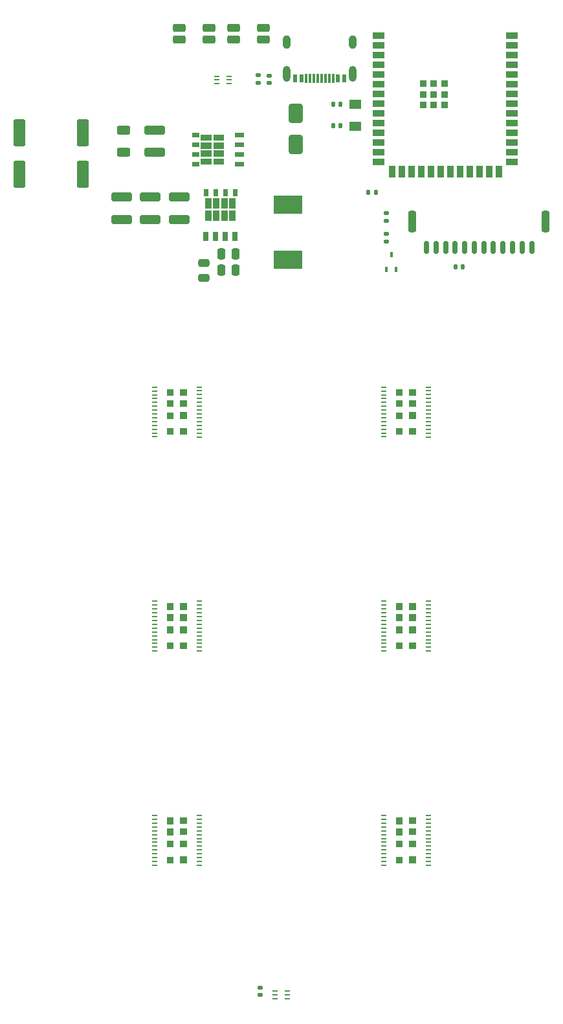
<source format=gbr>
%TF.GenerationSoftware,KiCad,Pcbnew,7.0.7*%
%TF.CreationDate,2023-12-19T00:29:13-07:00*%
%TF.ProjectId,bitaxeHex,62697461-7865-4486-9578-2e6b69636164,0.9*%
%TF.SameCoordinates,Original*%
%TF.FileFunction,Paste,Top*%
%TF.FilePolarity,Positive*%
%FSLAX46Y46*%
G04 Gerber Fmt 4.6, Leading zero omitted, Abs format (unit mm)*
G04 Created by KiCad (PCBNEW 7.0.7) date 2023-12-19 00:29:13*
%MOMM*%
%LPD*%
G01*
G04 APERTURE LIST*
G04 Aperture macros list*
%AMRoundRect*
0 Rectangle with rounded corners*
0 $1 Rounding radius*
0 $2 $3 $4 $5 $6 $7 $8 $9 X,Y pos of 4 corners*
0 Add a 4 corners polygon primitive as box body*
4,1,4,$2,$3,$4,$5,$6,$7,$8,$9,$2,$3,0*
0 Add four circle primitives for the rounded corners*
1,1,$1+$1,$2,$3*
1,1,$1+$1,$4,$5*
1,1,$1+$1,$6,$7*
1,1,$1+$1,$8,$9*
0 Add four rect primitives between the rounded corners*
20,1,$1+$1,$2,$3,$4,$5,0*
20,1,$1+$1,$4,$5,$6,$7,0*
20,1,$1+$1,$6,$7,$8,$9,0*
20,1,$1+$1,$8,$9,$2,$3,0*%
G04 Aperture macros list end*
%ADD10C,0.001000*%
%ADD11C,0.010000*%
%ADD12R,0.792000X0.221000*%
%ADD13RoundRect,0.135000X0.185000X-0.135000X0.185000X0.135000X-0.185000X0.135000X-0.185000X-0.135000X0*%
%ADD14RoundRect,0.250000X-0.625000X0.312500X-0.625000X-0.312500X0.625000X-0.312500X0.625000X0.312500X0*%
%ADD15R,1.600200X1.168400*%
%ADD16RoundRect,0.140000X-0.140000X-0.170000X0.140000X-0.170000X0.140000X0.170000X-0.140000X0.170000X0*%
%ADD17R,0.450000X0.700000*%
%ADD18RoundRect,0.262500X-0.562500X-0.262500X0.562500X-0.262500X0.562500X0.262500X-0.562500X0.262500X0*%
%ADD19RoundRect,0.140000X0.140000X0.170000X-0.140000X0.170000X-0.140000X-0.170000X0.140000X-0.170000X0*%
%ADD20R,3.700000X2.420000*%
%ADD21RoundRect,0.250000X-1.100000X0.325000X-1.100000X-0.325000X1.100000X-0.325000X1.100000X0.325000X0*%
%ADD22RoundRect,0.135000X-0.185000X0.135000X-0.185000X-0.135000X0.185000X-0.135000X0.185000X0.135000X0*%
%ADD23RoundRect,0.250000X0.550000X-1.500000X0.550000X1.500000X-0.550000X1.500000X-0.550000X-1.500000X0*%
%ADD24RoundRect,0.140000X0.170000X-0.140000X0.170000X0.140000X-0.170000X0.140000X-0.170000X-0.140000X0*%
%ADD25RoundRect,0.135000X0.135000X0.185000X-0.135000X0.185000X-0.135000X-0.185000X0.135000X-0.185000X0*%
%ADD26RoundRect,0.250000X0.250000X0.475000X-0.250000X0.475000X-0.250000X-0.475000X0.250000X-0.475000X0*%
%ADD27R,0.711200X0.228600*%
%ADD28RoundRect,0.250000X0.475000X-0.250000X0.475000X0.250000X-0.475000X0.250000X-0.475000X-0.250000X0*%
%ADD29R,1.500000X0.900000*%
%ADD30R,0.900000X1.500000*%
%ADD31R,0.900000X0.900000*%
%ADD32RoundRect,0.150000X-0.150000X-0.700000X0.150000X-0.700000X0.150000X0.700000X-0.150000X0.700000X0*%
%ADD33RoundRect,0.250000X-0.250000X-1.150000X0.250000X-1.150000X0.250000X1.150000X-0.250000X1.150000X0*%
%ADD34RoundRect,0.140000X-0.170000X0.140000X-0.170000X-0.140000X0.170000X-0.140000X0.170000X0.140000X0*%
%ADD35R,0.600000X1.060000*%
%ADD36R,0.300000X1.150000*%
%ADD37O,1.000000X2.100000*%
%ADD38O,1.000000X1.800000*%
%ADD39RoundRect,0.250000X1.100000X-0.325000X1.100000X0.325000X-1.100000X0.325000X-1.100000X-0.325000X0*%
%ADD40RoundRect,0.250000X0.650000X-1.000000X0.650000X1.000000X-0.650000X1.000000X-0.650000X-1.000000X0*%
G04 APERTURE END LIST*
D10*
%TO.C,U19*%
X109210000Y-127905000D02*
X108380000Y-127905000D01*
X108380000Y-127905000D02*
X108380000Y-127115000D01*
X108380000Y-127115000D02*
X109210000Y-127115000D01*
X109210000Y-127115000D02*
X109210000Y-127905000D01*
G36*
X109210000Y-127905000D02*
G01*
X108380000Y-127905000D01*
X108380000Y-127115000D01*
X109210000Y-127115000D01*
X109210000Y-127905000D01*
G37*
X109200000Y-125825000D02*
X108380000Y-125825000D01*
X108380000Y-125825000D02*
X108380000Y-125035000D01*
X108380000Y-125035000D02*
X109200000Y-125035000D01*
X109200000Y-125035000D02*
X109200000Y-125825000D01*
G36*
X109200000Y-125825000D02*
G01*
X108380000Y-125825000D01*
X108380000Y-125035000D01*
X109200000Y-125035000D01*
X109200000Y-125825000D01*
G37*
X109200000Y-122795000D02*
X108385000Y-122795000D01*
X108385000Y-122795000D02*
X108385000Y-122005000D01*
X108385000Y-122005000D02*
X109200000Y-122005000D01*
X109200000Y-122005000D02*
X109200000Y-122795000D01*
G36*
X109200000Y-122795000D02*
G01*
X108385000Y-122795000D01*
X108385000Y-122005000D01*
X109200000Y-122005000D01*
X109200000Y-122795000D01*
G37*
X109195000Y-124235000D02*
X108385000Y-124235000D01*
X108385000Y-124235000D02*
X108385000Y-123445000D01*
X108385000Y-123445000D02*
X109195000Y-123445000D01*
X109195000Y-123445000D02*
X109195000Y-124235000D01*
G36*
X109195000Y-124235000D02*
G01*
X108385000Y-124235000D01*
X108385000Y-123445000D01*
X109195000Y-123445000D01*
X109195000Y-124235000D01*
G37*
X107450000Y-127910000D02*
X106670000Y-127910000D01*
X106670000Y-127910000D02*
X106670000Y-127120000D01*
X106670000Y-127120000D02*
X107450000Y-127120000D01*
X107450000Y-127120000D02*
X107450000Y-127910000D01*
G36*
X107450000Y-127910000D02*
G01*
X106670000Y-127910000D01*
X106670000Y-127120000D01*
X107450000Y-127120000D01*
X107450000Y-127910000D01*
G37*
X107450000Y-124240000D02*
X106660000Y-124240000D01*
X106660000Y-124240000D02*
X106660000Y-123450000D01*
X106660000Y-123450000D02*
X107450000Y-123450000D01*
X107450000Y-123450000D02*
X107450000Y-124240000D01*
G36*
X107450000Y-124240000D02*
G01*
X106660000Y-124240000D01*
X106660000Y-123450000D01*
X107450000Y-123450000D01*
X107450000Y-124240000D01*
G37*
X107450000Y-122800000D02*
X106660000Y-122800000D01*
X106660000Y-122800000D02*
X106660000Y-122010000D01*
X106660000Y-122010000D02*
X107450000Y-122010000D01*
X107450000Y-122010000D02*
X107450000Y-122800000D01*
G36*
X107450000Y-122800000D02*
G01*
X106660000Y-122800000D01*
X106660000Y-122010000D01*
X107450000Y-122010000D01*
X107450000Y-122800000D01*
G37*
X107440000Y-125830000D02*
X106670000Y-125830000D01*
X106670000Y-125830000D02*
X106670000Y-125040000D01*
X106670000Y-125040000D02*
X107440000Y-125040000D01*
X107440000Y-125040000D02*
X107440000Y-125830000D01*
G36*
X107440000Y-125830000D02*
G01*
X106670000Y-125830000D01*
X106670000Y-125040000D01*
X107440000Y-125040000D01*
X107440000Y-125830000D01*
G37*
%TO.C,U22*%
X79210000Y-127905000D02*
X78380000Y-127905000D01*
X78380000Y-127905000D02*
X78380000Y-127115000D01*
X78380000Y-127115000D02*
X79210000Y-127115000D01*
X79210000Y-127115000D02*
X79210000Y-127905000D01*
G36*
X79210000Y-127905000D02*
G01*
X78380000Y-127905000D01*
X78380000Y-127115000D01*
X79210000Y-127115000D01*
X79210000Y-127905000D01*
G37*
X79200000Y-125825000D02*
X78380000Y-125825000D01*
X78380000Y-125825000D02*
X78380000Y-125035000D01*
X78380000Y-125035000D02*
X79200000Y-125035000D01*
X79200000Y-125035000D02*
X79200000Y-125825000D01*
G36*
X79200000Y-125825000D02*
G01*
X78380000Y-125825000D01*
X78380000Y-125035000D01*
X79200000Y-125035000D01*
X79200000Y-125825000D01*
G37*
X79200000Y-122795000D02*
X78385000Y-122795000D01*
X78385000Y-122795000D02*
X78385000Y-122005000D01*
X78385000Y-122005000D02*
X79200000Y-122005000D01*
X79200000Y-122005000D02*
X79200000Y-122795000D01*
G36*
X79200000Y-122795000D02*
G01*
X78385000Y-122795000D01*
X78385000Y-122005000D01*
X79200000Y-122005000D01*
X79200000Y-122795000D01*
G37*
X79195000Y-124235000D02*
X78385000Y-124235000D01*
X78385000Y-124235000D02*
X78385000Y-123445000D01*
X78385000Y-123445000D02*
X79195000Y-123445000D01*
X79195000Y-123445000D02*
X79195000Y-124235000D01*
G36*
X79195000Y-124235000D02*
G01*
X78385000Y-124235000D01*
X78385000Y-123445000D01*
X79195000Y-123445000D01*
X79195000Y-124235000D01*
G37*
X77450000Y-127910000D02*
X76670000Y-127910000D01*
X76670000Y-127910000D02*
X76670000Y-127120000D01*
X76670000Y-127120000D02*
X77450000Y-127120000D01*
X77450000Y-127120000D02*
X77450000Y-127910000D01*
G36*
X77450000Y-127910000D02*
G01*
X76670000Y-127910000D01*
X76670000Y-127120000D01*
X77450000Y-127120000D01*
X77450000Y-127910000D01*
G37*
X77450000Y-124240000D02*
X76660000Y-124240000D01*
X76660000Y-124240000D02*
X76660000Y-123450000D01*
X76660000Y-123450000D02*
X77450000Y-123450000D01*
X77450000Y-123450000D02*
X77450000Y-124240000D01*
G36*
X77450000Y-124240000D02*
G01*
X76660000Y-124240000D01*
X76660000Y-123450000D01*
X77450000Y-123450000D01*
X77450000Y-124240000D01*
G37*
X77450000Y-122800000D02*
X76660000Y-122800000D01*
X76660000Y-122800000D02*
X76660000Y-122010000D01*
X76660000Y-122010000D02*
X77450000Y-122010000D01*
X77450000Y-122010000D02*
X77450000Y-122800000D01*
G36*
X77450000Y-122800000D02*
G01*
X76660000Y-122800000D01*
X76660000Y-122010000D01*
X77450000Y-122010000D01*
X77450000Y-122800000D01*
G37*
X77440000Y-125830000D02*
X76670000Y-125830000D01*
X76670000Y-125830000D02*
X76670000Y-125040000D01*
X76670000Y-125040000D02*
X77440000Y-125040000D01*
X77440000Y-125040000D02*
X77440000Y-125830000D01*
G36*
X77440000Y-125830000D02*
G01*
X76670000Y-125830000D01*
X76670000Y-125040000D01*
X77440000Y-125040000D01*
X77440000Y-125830000D01*
G37*
D11*
%TO.C,Q2*%
X81454000Y-74560000D02*
X82016000Y-74560000D01*
X82016000Y-74560000D02*
X82016000Y-73488000D01*
X82016000Y-73488000D02*
X81454000Y-73488000D01*
X81454000Y-73488000D02*
X81454000Y-74560000D01*
G36*
X81454000Y-74560000D02*
G01*
X82016000Y-74560000D01*
X82016000Y-73488000D01*
X81454000Y-73488000D01*
X81454000Y-74560000D01*
G37*
X81476000Y-68746000D02*
X81984000Y-68746000D01*
X81984000Y-68746000D02*
X81984000Y-67870000D01*
X81984000Y-67870000D02*
X81476000Y-67870000D01*
X81476000Y-67870000D02*
X81476000Y-68746000D01*
G36*
X81476000Y-68746000D02*
G01*
X81984000Y-68746000D01*
X81984000Y-67870000D01*
X81476000Y-67870000D01*
X81476000Y-68746000D01*
G37*
X81693000Y-70322000D02*
X82439000Y-70322000D01*
X82439000Y-70322000D02*
X82439000Y-69028000D01*
X82439000Y-69028000D02*
X81693000Y-69028000D01*
X81693000Y-69028000D02*
X81693000Y-70322000D01*
G36*
X81693000Y-70322000D02*
G01*
X82439000Y-70322000D01*
X82439000Y-69028000D01*
X81693000Y-69028000D01*
X81693000Y-70322000D01*
G37*
X81693000Y-71966000D02*
X82439000Y-71966000D01*
X82439000Y-71966000D02*
X82439000Y-70672000D01*
X82439000Y-70672000D02*
X81693000Y-70672000D01*
X81693000Y-70672000D02*
X81693000Y-71966000D01*
G36*
X81693000Y-71966000D02*
G01*
X82439000Y-71966000D01*
X82439000Y-70672000D01*
X81693000Y-70672000D01*
X81693000Y-71966000D01*
G37*
X82725000Y-74560000D02*
X83287000Y-74560000D01*
X83287000Y-74560000D02*
X83287000Y-73488000D01*
X83287000Y-73488000D02*
X82725000Y-73488000D01*
X82725000Y-73488000D02*
X82725000Y-74560000D01*
G36*
X82725000Y-74560000D02*
G01*
X83287000Y-74560000D01*
X83287000Y-73488000D01*
X82725000Y-73488000D01*
X82725000Y-74560000D01*
G37*
X82739000Y-70322000D02*
X83475000Y-70322000D01*
X83475000Y-70322000D02*
X83475000Y-69028000D01*
X83475000Y-69028000D02*
X82739000Y-69028000D01*
X82739000Y-69028000D02*
X82739000Y-70322000D01*
G36*
X82739000Y-70322000D02*
G01*
X83475000Y-70322000D01*
X83475000Y-69028000D01*
X82739000Y-69028000D01*
X82739000Y-70322000D01*
G37*
X82739000Y-71966000D02*
X83475000Y-71966000D01*
X83475000Y-71966000D02*
X83475000Y-70672000D01*
X83475000Y-70672000D02*
X82739000Y-70672000D01*
X82739000Y-70672000D02*
X82739000Y-71966000D01*
G36*
X82739000Y-71966000D02*
G01*
X83475000Y-71966000D01*
X83475000Y-70672000D01*
X82739000Y-70672000D01*
X82739000Y-71966000D01*
G37*
X82746000Y-68746000D02*
X83254000Y-68746000D01*
X83254000Y-68746000D02*
X83254000Y-67870000D01*
X83254000Y-67870000D02*
X82746000Y-67870000D01*
X82746000Y-67870000D02*
X82746000Y-68746000D01*
G36*
X82746000Y-68746000D02*
G01*
X83254000Y-68746000D01*
X83254000Y-67870000D01*
X82746000Y-67870000D01*
X82746000Y-68746000D01*
G37*
X83795000Y-70322000D02*
X84541000Y-70322000D01*
X84541000Y-70322000D02*
X84541000Y-69028000D01*
X84541000Y-69028000D02*
X83795000Y-69028000D01*
X83795000Y-69028000D02*
X83795000Y-70322000D01*
G36*
X83795000Y-70322000D02*
G01*
X84541000Y-70322000D01*
X84541000Y-69028000D01*
X83795000Y-69028000D01*
X83795000Y-70322000D01*
G37*
X83795000Y-71966000D02*
X84531000Y-71966000D01*
X84531000Y-71966000D02*
X84531000Y-70672000D01*
X84531000Y-70672000D02*
X83795000Y-70672000D01*
X83795000Y-70672000D02*
X83795000Y-71966000D01*
G36*
X83795000Y-71966000D02*
G01*
X84531000Y-71966000D01*
X84531000Y-70672000D01*
X83795000Y-70672000D01*
X83795000Y-71966000D01*
G37*
X83993000Y-74560000D02*
X84555000Y-74560000D01*
X84555000Y-74560000D02*
X84555000Y-73488000D01*
X84555000Y-73488000D02*
X83993000Y-73488000D01*
X83993000Y-73488000D02*
X83993000Y-74560000D01*
G36*
X83993000Y-74560000D02*
G01*
X84555000Y-74560000D01*
X84555000Y-73488000D01*
X83993000Y-73488000D01*
X83993000Y-74560000D01*
G37*
X84016000Y-68746000D02*
X84524000Y-68746000D01*
X84524000Y-68746000D02*
X84524000Y-67870000D01*
X84524000Y-67870000D02*
X84016000Y-67870000D01*
X84016000Y-67870000D02*
X84016000Y-68746000D01*
G36*
X84016000Y-68746000D02*
G01*
X84524000Y-68746000D01*
X84524000Y-67870000D01*
X84016000Y-67870000D01*
X84016000Y-68746000D01*
G37*
X84827000Y-70322000D02*
X85577000Y-70322000D01*
X85577000Y-70322000D02*
X85577000Y-69028000D01*
X85577000Y-69028000D02*
X84827000Y-69028000D01*
X84827000Y-69028000D02*
X84827000Y-70322000D01*
G36*
X84827000Y-70322000D02*
G01*
X85577000Y-70322000D01*
X85577000Y-69028000D01*
X84827000Y-69028000D01*
X84827000Y-70322000D01*
G37*
X84827000Y-71966000D02*
X85577000Y-71966000D01*
X85577000Y-71966000D02*
X85577000Y-70672000D01*
X85577000Y-70672000D02*
X84827000Y-70672000D01*
X84827000Y-70672000D02*
X84827000Y-71966000D01*
G36*
X84827000Y-71966000D02*
G01*
X85577000Y-71966000D01*
X85577000Y-70672000D01*
X84827000Y-70672000D01*
X84827000Y-71966000D01*
G37*
X85263000Y-74560000D02*
X85825000Y-74560000D01*
X85825000Y-74560000D02*
X85825000Y-73488000D01*
X85825000Y-73488000D02*
X85263000Y-73488000D01*
X85263000Y-73488000D02*
X85263000Y-74560000D01*
G36*
X85263000Y-74560000D02*
G01*
X85825000Y-74560000D01*
X85825000Y-73488000D01*
X85263000Y-73488000D01*
X85263000Y-74560000D01*
G37*
X85286000Y-68746000D02*
X85794000Y-68746000D01*
X85794000Y-68746000D02*
X85794000Y-67870000D01*
X85794000Y-67870000D02*
X85286000Y-67870000D01*
X85286000Y-67870000D02*
X85286000Y-68746000D01*
G36*
X85286000Y-68746000D02*
G01*
X85794000Y-68746000D01*
X85794000Y-67870000D01*
X85286000Y-67870000D01*
X85286000Y-68746000D01*
G37*
D10*
%TO.C,U27*%
X79210000Y-155905000D02*
X78380000Y-155905000D01*
X78380000Y-155905000D02*
X78380000Y-155115000D01*
X78380000Y-155115000D02*
X79210000Y-155115000D01*
X79210000Y-155115000D02*
X79210000Y-155905000D01*
G36*
X79210000Y-155905000D02*
G01*
X78380000Y-155905000D01*
X78380000Y-155115000D01*
X79210000Y-155115000D01*
X79210000Y-155905000D01*
G37*
X79200000Y-153825000D02*
X78380000Y-153825000D01*
X78380000Y-153825000D02*
X78380000Y-153035000D01*
X78380000Y-153035000D02*
X79200000Y-153035000D01*
X79200000Y-153035000D02*
X79200000Y-153825000D01*
G36*
X79200000Y-153825000D02*
G01*
X78380000Y-153825000D01*
X78380000Y-153035000D01*
X79200000Y-153035000D01*
X79200000Y-153825000D01*
G37*
X79200000Y-150795000D02*
X78385000Y-150795000D01*
X78385000Y-150795000D02*
X78385000Y-150005000D01*
X78385000Y-150005000D02*
X79200000Y-150005000D01*
X79200000Y-150005000D02*
X79200000Y-150795000D01*
G36*
X79200000Y-150795000D02*
G01*
X78385000Y-150795000D01*
X78385000Y-150005000D01*
X79200000Y-150005000D01*
X79200000Y-150795000D01*
G37*
X79195000Y-152235000D02*
X78385000Y-152235000D01*
X78385000Y-152235000D02*
X78385000Y-151445000D01*
X78385000Y-151445000D02*
X79195000Y-151445000D01*
X79195000Y-151445000D02*
X79195000Y-152235000D01*
G36*
X79195000Y-152235000D02*
G01*
X78385000Y-152235000D01*
X78385000Y-151445000D01*
X79195000Y-151445000D01*
X79195000Y-152235000D01*
G37*
X77450000Y-155910000D02*
X76670000Y-155910000D01*
X76670000Y-155910000D02*
X76670000Y-155120000D01*
X76670000Y-155120000D02*
X77450000Y-155120000D01*
X77450000Y-155120000D02*
X77450000Y-155910000D01*
G36*
X77450000Y-155910000D02*
G01*
X76670000Y-155910000D01*
X76670000Y-155120000D01*
X77450000Y-155120000D01*
X77450000Y-155910000D01*
G37*
X77450000Y-152240000D02*
X76660000Y-152240000D01*
X76660000Y-152240000D02*
X76660000Y-151450000D01*
X76660000Y-151450000D02*
X77450000Y-151450000D01*
X77450000Y-151450000D02*
X77450000Y-152240000D01*
G36*
X77450000Y-152240000D02*
G01*
X76660000Y-152240000D01*
X76660000Y-151450000D01*
X77450000Y-151450000D01*
X77450000Y-152240000D01*
G37*
X77450000Y-150800000D02*
X76660000Y-150800000D01*
X76660000Y-150800000D02*
X76660000Y-150010000D01*
X76660000Y-150010000D02*
X77450000Y-150010000D01*
X77450000Y-150010000D02*
X77450000Y-150800000D01*
G36*
X77450000Y-150800000D02*
G01*
X76660000Y-150800000D01*
X76660000Y-150010000D01*
X77450000Y-150010000D01*
X77450000Y-150800000D01*
G37*
X77440000Y-153830000D02*
X76670000Y-153830000D01*
X76670000Y-153830000D02*
X76670000Y-153040000D01*
X76670000Y-153040000D02*
X77440000Y-153040000D01*
X77440000Y-153040000D02*
X77440000Y-153830000D01*
G36*
X77440000Y-153830000D02*
G01*
X76670000Y-153830000D01*
X76670000Y-153040000D01*
X77440000Y-153040000D01*
X77440000Y-153830000D01*
G37*
%TO.C,U24*%
X109210000Y-155905000D02*
X108380000Y-155905000D01*
X108380000Y-155905000D02*
X108380000Y-155115000D01*
X108380000Y-155115000D02*
X109210000Y-155115000D01*
X109210000Y-155115000D02*
X109210000Y-155905000D01*
G36*
X109210000Y-155905000D02*
G01*
X108380000Y-155905000D01*
X108380000Y-155115000D01*
X109210000Y-155115000D01*
X109210000Y-155905000D01*
G37*
X109200000Y-153825000D02*
X108380000Y-153825000D01*
X108380000Y-153825000D02*
X108380000Y-153035000D01*
X108380000Y-153035000D02*
X109200000Y-153035000D01*
X109200000Y-153035000D02*
X109200000Y-153825000D01*
G36*
X109200000Y-153825000D02*
G01*
X108380000Y-153825000D01*
X108380000Y-153035000D01*
X109200000Y-153035000D01*
X109200000Y-153825000D01*
G37*
X109200000Y-150795000D02*
X108385000Y-150795000D01*
X108385000Y-150795000D02*
X108385000Y-150005000D01*
X108385000Y-150005000D02*
X109200000Y-150005000D01*
X109200000Y-150005000D02*
X109200000Y-150795000D01*
G36*
X109200000Y-150795000D02*
G01*
X108385000Y-150795000D01*
X108385000Y-150005000D01*
X109200000Y-150005000D01*
X109200000Y-150795000D01*
G37*
X109195000Y-152235000D02*
X108385000Y-152235000D01*
X108385000Y-152235000D02*
X108385000Y-151445000D01*
X108385000Y-151445000D02*
X109195000Y-151445000D01*
X109195000Y-151445000D02*
X109195000Y-152235000D01*
G36*
X109195000Y-152235000D02*
G01*
X108385000Y-152235000D01*
X108385000Y-151445000D01*
X109195000Y-151445000D01*
X109195000Y-152235000D01*
G37*
X107450000Y-155910000D02*
X106670000Y-155910000D01*
X106670000Y-155910000D02*
X106670000Y-155120000D01*
X106670000Y-155120000D02*
X107450000Y-155120000D01*
X107450000Y-155120000D02*
X107450000Y-155910000D01*
G36*
X107450000Y-155910000D02*
G01*
X106670000Y-155910000D01*
X106670000Y-155120000D01*
X107450000Y-155120000D01*
X107450000Y-155910000D01*
G37*
X107450000Y-152240000D02*
X106660000Y-152240000D01*
X106660000Y-152240000D02*
X106660000Y-151450000D01*
X106660000Y-151450000D02*
X107450000Y-151450000D01*
X107450000Y-151450000D02*
X107450000Y-152240000D01*
G36*
X107450000Y-152240000D02*
G01*
X106660000Y-152240000D01*
X106660000Y-151450000D01*
X107450000Y-151450000D01*
X107450000Y-152240000D01*
G37*
X107450000Y-150800000D02*
X106660000Y-150800000D01*
X106660000Y-150800000D02*
X106660000Y-150010000D01*
X106660000Y-150010000D02*
X107450000Y-150010000D01*
X107450000Y-150010000D02*
X107450000Y-150800000D01*
G36*
X107450000Y-150800000D02*
G01*
X106660000Y-150800000D01*
X106660000Y-150010000D01*
X107450000Y-150010000D01*
X107450000Y-150800000D01*
G37*
X107440000Y-153830000D02*
X106670000Y-153830000D01*
X106670000Y-153830000D02*
X106670000Y-153040000D01*
X106670000Y-153040000D02*
X107440000Y-153040000D01*
X107440000Y-153040000D02*
X107440000Y-153830000D01*
G36*
X107440000Y-153830000D02*
G01*
X106670000Y-153830000D01*
X106670000Y-153040000D01*
X107440000Y-153040000D01*
X107440000Y-153830000D01*
G37*
%TO.C,U16*%
X79210000Y-99905000D02*
X78380000Y-99905000D01*
X78380000Y-99905000D02*
X78380000Y-99115000D01*
X78380000Y-99115000D02*
X79210000Y-99115000D01*
X79210000Y-99115000D02*
X79210000Y-99905000D01*
G36*
X79210000Y-99905000D02*
G01*
X78380000Y-99905000D01*
X78380000Y-99115000D01*
X79210000Y-99115000D01*
X79210000Y-99905000D01*
G37*
X79200000Y-97825000D02*
X78380000Y-97825000D01*
X78380000Y-97825000D02*
X78380000Y-97035000D01*
X78380000Y-97035000D02*
X79200000Y-97035000D01*
X79200000Y-97035000D02*
X79200000Y-97825000D01*
G36*
X79200000Y-97825000D02*
G01*
X78380000Y-97825000D01*
X78380000Y-97035000D01*
X79200000Y-97035000D01*
X79200000Y-97825000D01*
G37*
X79200000Y-94795000D02*
X78385000Y-94795000D01*
X78385000Y-94795000D02*
X78385000Y-94005000D01*
X78385000Y-94005000D02*
X79200000Y-94005000D01*
X79200000Y-94005000D02*
X79200000Y-94795000D01*
G36*
X79200000Y-94795000D02*
G01*
X78385000Y-94795000D01*
X78385000Y-94005000D01*
X79200000Y-94005000D01*
X79200000Y-94795000D01*
G37*
X79195000Y-96235000D02*
X78385000Y-96235000D01*
X78385000Y-96235000D02*
X78385000Y-95445000D01*
X78385000Y-95445000D02*
X79195000Y-95445000D01*
X79195000Y-95445000D02*
X79195000Y-96235000D01*
G36*
X79195000Y-96235000D02*
G01*
X78385000Y-96235000D01*
X78385000Y-95445000D01*
X79195000Y-95445000D01*
X79195000Y-96235000D01*
G37*
X77450000Y-99910000D02*
X76670000Y-99910000D01*
X76670000Y-99910000D02*
X76670000Y-99120000D01*
X76670000Y-99120000D02*
X77450000Y-99120000D01*
X77450000Y-99120000D02*
X77450000Y-99910000D01*
G36*
X77450000Y-99910000D02*
G01*
X76670000Y-99910000D01*
X76670000Y-99120000D01*
X77450000Y-99120000D01*
X77450000Y-99910000D01*
G37*
X77450000Y-96240000D02*
X76660000Y-96240000D01*
X76660000Y-96240000D02*
X76660000Y-95450000D01*
X76660000Y-95450000D02*
X77450000Y-95450000D01*
X77450000Y-95450000D02*
X77450000Y-96240000D01*
G36*
X77450000Y-96240000D02*
G01*
X76660000Y-96240000D01*
X76660000Y-95450000D01*
X77450000Y-95450000D01*
X77450000Y-96240000D01*
G37*
X77450000Y-94800000D02*
X76660000Y-94800000D01*
X76660000Y-94800000D02*
X76660000Y-94010000D01*
X76660000Y-94010000D02*
X77450000Y-94010000D01*
X77450000Y-94010000D02*
X77450000Y-94800000D01*
G36*
X77450000Y-94800000D02*
G01*
X76660000Y-94800000D01*
X76660000Y-94010000D01*
X77450000Y-94010000D01*
X77450000Y-94800000D01*
G37*
X77440000Y-97830000D02*
X76670000Y-97830000D01*
X76670000Y-97830000D02*
X76670000Y-97040000D01*
X76670000Y-97040000D02*
X77440000Y-97040000D01*
X77440000Y-97040000D02*
X77440000Y-97830000D01*
G36*
X77440000Y-97830000D02*
G01*
X76670000Y-97830000D01*
X76670000Y-97040000D01*
X77440000Y-97040000D01*
X77440000Y-97830000D01*
G37*
D11*
%TO.C,Q1*%
X86660000Y-64846000D02*
X85588000Y-64846000D01*
X85588000Y-64846000D02*
X85588000Y-64284000D01*
X85588000Y-64284000D02*
X86660000Y-64284000D01*
X86660000Y-64284000D02*
X86660000Y-64846000D01*
G36*
X86660000Y-64846000D02*
G01*
X85588000Y-64846000D01*
X85588000Y-64284000D01*
X86660000Y-64284000D01*
X86660000Y-64846000D01*
G37*
X80846000Y-64824000D02*
X79970000Y-64824000D01*
X79970000Y-64824000D02*
X79970000Y-64316000D01*
X79970000Y-64316000D02*
X80846000Y-64316000D01*
X80846000Y-64316000D02*
X80846000Y-64824000D01*
G36*
X80846000Y-64824000D02*
G01*
X79970000Y-64824000D01*
X79970000Y-64316000D01*
X80846000Y-64316000D01*
X80846000Y-64824000D01*
G37*
X82422000Y-64607000D02*
X81128000Y-64607000D01*
X81128000Y-64607000D02*
X81128000Y-63861000D01*
X81128000Y-63861000D02*
X82422000Y-63861000D01*
X82422000Y-63861000D02*
X82422000Y-64607000D01*
G36*
X82422000Y-64607000D02*
G01*
X81128000Y-64607000D01*
X81128000Y-63861000D01*
X82422000Y-63861000D01*
X82422000Y-64607000D01*
G37*
X84066000Y-64607000D02*
X82772000Y-64607000D01*
X82772000Y-64607000D02*
X82772000Y-63861000D01*
X82772000Y-63861000D02*
X84066000Y-63861000D01*
X84066000Y-63861000D02*
X84066000Y-64607000D01*
G36*
X84066000Y-64607000D02*
G01*
X82772000Y-64607000D01*
X82772000Y-63861000D01*
X84066000Y-63861000D01*
X84066000Y-64607000D01*
G37*
X86660000Y-63575000D02*
X85588000Y-63575000D01*
X85588000Y-63575000D02*
X85588000Y-63013000D01*
X85588000Y-63013000D02*
X86660000Y-63013000D01*
X86660000Y-63013000D02*
X86660000Y-63575000D01*
G36*
X86660000Y-63575000D02*
G01*
X85588000Y-63575000D01*
X85588000Y-63013000D01*
X86660000Y-63013000D01*
X86660000Y-63575000D01*
G37*
X82422000Y-63561000D02*
X81128000Y-63561000D01*
X81128000Y-63561000D02*
X81128000Y-62825000D01*
X81128000Y-62825000D02*
X82422000Y-62825000D01*
X82422000Y-62825000D02*
X82422000Y-63561000D01*
G36*
X82422000Y-63561000D02*
G01*
X81128000Y-63561000D01*
X81128000Y-62825000D01*
X82422000Y-62825000D01*
X82422000Y-63561000D01*
G37*
X84066000Y-63561000D02*
X82772000Y-63561000D01*
X82772000Y-63561000D02*
X82772000Y-62825000D01*
X82772000Y-62825000D02*
X84066000Y-62825000D01*
X84066000Y-62825000D02*
X84066000Y-63561000D01*
G36*
X84066000Y-63561000D02*
G01*
X82772000Y-63561000D01*
X82772000Y-62825000D01*
X84066000Y-62825000D01*
X84066000Y-63561000D01*
G37*
X80846000Y-63554000D02*
X79970000Y-63554000D01*
X79970000Y-63554000D02*
X79970000Y-63046000D01*
X79970000Y-63046000D02*
X80846000Y-63046000D01*
X80846000Y-63046000D02*
X80846000Y-63554000D01*
G36*
X80846000Y-63554000D02*
G01*
X79970000Y-63554000D01*
X79970000Y-63046000D01*
X80846000Y-63046000D01*
X80846000Y-63554000D01*
G37*
X82422000Y-62505000D02*
X81128000Y-62505000D01*
X81128000Y-62505000D02*
X81128000Y-61759000D01*
X81128000Y-61759000D02*
X82422000Y-61759000D01*
X82422000Y-61759000D02*
X82422000Y-62505000D01*
G36*
X82422000Y-62505000D02*
G01*
X81128000Y-62505000D01*
X81128000Y-61759000D01*
X82422000Y-61759000D01*
X82422000Y-62505000D01*
G37*
X84066000Y-62505000D02*
X82772000Y-62505000D01*
X82772000Y-62505000D02*
X82772000Y-61769000D01*
X82772000Y-61769000D02*
X84066000Y-61769000D01*
X84066000Y-61769000D02*
X84066000Y-62505000D01*
G36*
X84066000Y-62505000D02*
G01*
X82772000Y-62505000D01*
X82772000Y-61769000D01*
X84066000Y-61769000D01*
X84066000Y-62505000D01*
G37*
X86660000Y-62307000D02*
X85588000Y-62307000D01*
X85588000Y-62307000D02*
X85588000Y-61745000D01*
X85588000Y-61745000D02*
X86660000Y-61745000D01*
X86660000Y-61745000D02*
X86660000Y-62307000D01*
G36*
X86660000Y-62307000D02*
G01*
X85588000Y-62307000D01*
X85588000Y-61745000D01*
X86660000Y-61745000D01*
X86660000Y-62307000D01*
G37*
X80846000Y-62284000D02*
X79970000Y-62284000D01*
X79970000Y-62284000D02*
X79970000Y-61776000D01*
X79970000Y-61776000D02*
X80846000Y-61776000D01*
X80846000Y-61776000D02*
X80846000Y-62284000D01*
G36*
X80846000Y-62284000D02*
G01*
X79970000Y-62284000D01*
X79970000Y-61776000D01*
X80846000Y-61776000D01*
X80846000Y-62284000D01*
G37*
X82422000Y-61473000D02*
X81128000Y-61473000D01*
X81128000Y-61473000D02*
X81128000Y-60723000D01*
X81128000Y-60723000D02*
X82422000Y-60723000D01*
X82422000Y-60723000D02*
X82422000Y-61473000D01*
G36*
X82422000Y-61473000D02*
G01*
X81128000Y-61473000D01*
X81128000Y-60723000D01*
X82422000Y-60723000D01*
X82422000Y-61473000D01*
G37*
X84066000Y-61473000D02*
X82772000Y-61473000D01*
X82772000Y-61473000D02*
X82772000Y-60723000D01*
X82772000Y-60723000D02*
X84066000Y-60723000D01*
X84066000Y-60723000D02*
X84066000Y-61473000D01*
G36*
X84066000Y-61473000D02*
G01*
X82772000Y-61473000D01*
X82772000Y-60723000D01*
X84066000Y-60723000D01*
X84066000Y-61473000D01*
G37*
X86660000Y-61037000D02*
X85588000Y-61037000D01*
X85588000Y-61037000D02*
X85588000Y-60475000D01*
X85588000Y-60475000D02*
X86660000Y-60475000D01*
X86660000Y-60475000D02*
X86660000Y-61037000D01*
G36*
X86660000Y-61037000D02*
G01*
X85588000Y-61037000D01*
X85588000Y-60475000D01*
X86660000Y-60475000D01*
X86660000Y-61037000D01*
G37*
X80846000Y-61014000D02*
X79970000Y-61014000D01*
X79970000Y-61014000D02*
X79970000Y-60506000D01*
X79970000Y-60506000D02*
X80846000Y-60506000D01*
X80846000Y-60506000D02*
X80846000Y-61014000D01*
G36*
X80846000Y-61014000D02*
G01*
X79970000Y-61014000D01*
X79970000Y-60506000D01*
X80846000Y-60506000D01*
X80846000Y-61014000D01*
G37*
D10*
%TO.C,U13*%
X109210000Y-99905000D02*
X108380000Y-99905000D01*
X108380000Y-99905000D02*
X108380000Y-99115000D01*
X108380000Y-99115000D02*
X109210000Y-99115000D01*
X109210000Y-99115000D02*
X109210000Y-99905000D01*
G36*
X109210000Y-99905000D02*
G01*
X108380000Y-99905000D01*
X108380000Y-99115000D01*
X109210000Y-99115000D01*
X109210000Y-99905000D01*
G37*
X109200000Y-97825000D02*
X108380000Y-97825000D01*
X108380000Y-97825000D02*
X108380000Y-97035000D01*
X108380000Y-97035000D02*
X109200000Y-97035000D01*
X109200000Y-97035000D02*
X109200000Y-97825000D01*
G36*
X109200000Y-97825000D02*
G01*
X108380000Y-97825000D01*
X108380000Y-97035000D01*
X109200000Y-97035000D01*
X109200000Y-97825000D01*
G37*
X109200000Y-94795000D02*
X108385000Y-94795000D01*
X108385000Y-94795000D02*
X108385000Y-94005000D01*
X108385000Y-94005000D02*
X109200000Y-94005000D01*
X109200000Y-94005000D02*
X109200000Y-94795000D01*
G36*
X109200000Y-94795000D02*
G01*
X108385000Y-94795000D01*
X108385000Y-94005000D01*
X109200000Y-94005000D01*
X109200000Y-94795000D01*
G37*
X109195000Y-96235000D02*
X108385000Y-96235000D01*
X108385000Y-96235000D02*
X108385000Y-95445000D01*
X108385000Y-95445000D02*
X109195000Y-95445000D01*
X109195000Y-95445000D02*
X109195000Y-96235000D01*
G36*
X109195000Y-96235000D02*
G01*
X108385000Y-96235000D01*
X108385000Y-95445000D01*
X109195000Y-95445000D01*
X109195000Y-96235000D01*
G37*
X107450000Y-99910000D02*
X106670000Y-99910000D01*
X106670000Y-99910000D02*
X106670000Y-99120000D01*
X106670000Y-99120000D02*
X107450000Y-99120000D01*
X107450000Y-99120000D02*
X107450000Y-99910000D01*
G36*
X107450000Y-99910000D02*
G01*
X106670000Y-99910000D01*
X106670000Y-99120000D01*
X107450000Y-99120000D01*
X107450000Y-99910000D01*
G37*
X107450000Y-96240000D02*
X106660000Y-96240000D01*
X106660000Y-96240000D02*
X106660000Y-95450000D01*
X106660000Y-95450000D02*
X107450000Y-95450000D01*
X107450000Y-95450000D02*
X107450000Y-96240000D01*
G36*
X107450000Y-96240000D02*
G01*
X106660000Y-96240000D01*
X106660000Y-95450000D01*
X107450000Y-95450000D01*
X107450000Y-96240000D01*
G37*
X107450000Y-94800000D02*
X106660000Y-94800000D01*
X106660000Y-94800000D02*
X106660000Y-94010000D01*
X106660000Y-94010000D02*
X107450000Y-94010000D01*
X107450000Y-94010000D02*
X107450000Y-94800000D01*
G36*
X107450000Y-94800000D02*
G01*
X106660000Y-94800000D01*
X106660000Y-94010000D01*
X107450000Y-94010000D01*
X107450000Y-94800000D01*
G37*
X107440000Y-97830000D02*
X106670000Y-97830000D01*
X106670000Y-97830000D02*
X106670000Y-97040000D01*
X106670000Y-97040000D02*
X107440000Y-97040000D01*
X107440000Y-97040000D02*
X107440000Y-97830000D01*
G36*
X107440000Y-97830000D02*
G01*
X106670000Y-97830000D01*
X106670000Y-97040000D01*
X107440000Y-97040000D01*
X107440000Y-97830000D01*
G37*
%TD*%
D12*
%TO.C,U19*%
X110916000Y-128263000D03*
X110916000Y-127761000D03*
X110916000Y-127259000D03*
X110916000Y-126757000D03*
X110916000Y-126255000D03*
X110916000Y-125753000D03*
X110916000Y-125251000D03*
X110916000Y-124749000D03*
X110916000Y-124247000D03*
X110916000Y-123745000D03*
X110916000Y-123243000D03*
X110916000Y-122741000D03*
X110916000Y-122239000D03*
X110916000Y-121737000D03*
X105084000Y-121750000D03*
X105084000Y-122250000D03*
X105084000Y-122750000D03*
X105084000Y-123250000D03*
X105084000Y-123750000D03*
X105084000Y-124247000D03*
X105084000Y-124750000D03*
X105084000Y-125251000D03*
X105084000Y-125753000D03*
X105084000Y-126255000D03*
X105084000Y-126757000D03*
X105084000Y-127250000D03*
X105084000Y-127761000D03*
X105084000Y-128250000D03*
%TD*%
%TO.C,U22*%
X80916000Y-128263000D03*
X80916000Y-127761000D03*
X80916000Y-127259000D03*
X80916000Y-126757000D03*
X80916000Y-126255000D03*
X80916000Y-125753000D03*
X80916000Y-125251000D03*
X80916000Y-124749000D03*
X80916000Y-124247000D03*
X80916000Y-123745000D03*
X80916000Y-123243000D03*
X80916000Y-122741000D03*
X80916000Y-122239000D03*
X80916000Y-121737000D03*
X75084000Y-121750000D03*
X75084000Y-122250000D03*
X75084000Y-122750000D03*
X75084000Y-123250000D03*
X75084000Y-123750000D03*
X75084000Y-124247000D03*
X75084000Y-124750000D03*
X75084000Y-125251000D03*
X75084000Y-125753000D03*
X75084000Y-126255000D03*
X75084000Y-126757000D03*
X75084000Y-127250000D03*
X75084000Y-127761000D03*
X75084000Y-128250000D03*
%TD*%
D13*
%TO.C,R13*%
X88650000Y-54010000D03*
X88650000Y-52990000D03*
%TD*%
D14*
%TO.C,R1*%
X71000000Y-60137500D03*
X71000000Y-63062500D03*
%TD*%
D15*
%TO.C,Y1*%
X101300000Y-56777600D03*
X101300000Y-59622400D03*
%TD*%
D16*
%TO.C,C28*%
X114420000Y-78050000D03*
X115380000Y-78050000D03*
%TD*%
D17*
%TO.C,Q5*%
X105400000Y-78400000D03*
X106700000Y-78400000D03*
X106050000Y-76400000D03*
%TD*%
D18*
%TO.C,SW2*%
X78325000Y-46825000D03*
X82175000Y-46825000D03*
X78325000Y-48275000D03*
X82175000Y-48275000D03*
%TD*%
D19*
%TO.C,C29*%
X99380000Y-56800000D03*
X98420000Y-56800000D03*
%TD*%
D20*
%TO.C,L1*%
X92500000Y-69880000D03*
X92500000Y-77120000D03*
%TD*%
D21*
%TO.C,C9*%
X70800000Y-68925000D03*
X70800000Y-71875000D03*
%TD*%
D12*
%TO.C,U27*%
X80916000Y-156263000D03*
X80916000Y-155761000D03*
X80916000Y-155259000D03*
X80916000Y-154757000D03*
X80916000Y-154255000D03*
X80916000Y-153753000D03*
X80916000Y-153251000D03*
X80916000Y-152749000D03*
X80916000Y-152247000D03*
X80916000Y-151745000D03*
X80916000Y-151243000D03*
X80916000Y-150741000D03*
X80916000Y-150239000D03*
X80916000Y-149737000D03*
X75084000Y-149750000D03*
X75084000Y-150250000D03*
X75084000Y-150750000D03*
X75084000Y-151250000D03*
X75084000Y-151750000D03*
X75084000Y-152247000D03*
X75084000Y-152750000D03*
X75084000Y-153251000D03*
X75084000Y-153753000D03*
X75084000Y-154255000D03*
X75084000Y-154757000D03*
X75084000Y-155250000D03*
X75084000Y-155761000D03*
X75084000Y-156250000D03*
%TD*%
D22*
%TO.C,R16*%
X105400000Y-70990000D03*
X105400000Y-72010000D03*
%TD*%
D23*
%TO.C,C34*%
X57400000Y-65900000D03*
X57400000Y-60500000D03*
%TD*%
D18*
%TO.C,SW1*%
X85425000Y-46825000D03*
X89275000Y-46825000D03*
X85425000Y-48275000D03*
X89275000Y-48275000D03*
%TD*%
D24*
%TO.C,C33*%
X88900000Y-173180000D03*
X88900000Y-172220000D03*
%TD*%
D12*
%TO.C,U24*%
X110916000Y-156263000D03*
X110916000Y-155761000D03*
X110916000Y-155259000D03*
X110916000Y-154757000D03*
X110916000Y-154255000D03*
X110916000Y-153753000D03*
X110916000Y-153251000D03*
X110916000Y-152749000D03*
X110916000Y-152247000D03*
X110916000Y-151745000D03*
X110916000Y-151243000D03*
X110916000Y-150741000D03*
X110916000Y-150239000D03*
X110916000Y-149737000D03*
X105084000Y-149750000D03*
X105084000Y-150250000D03*
X105084000Y-150750000D03*
X105084000Y-151250000D03*
X105084000Y-151750000D03*
X105084000Y-152247000D03*
X105084000Y-152750000D03*
X105084000Y-153251000D03*
X105084000Y-153753000D03*
X105084000Y-154255000D03*
X105084000Y-154757000D03*
X105084000Y-155250000D03*
X105084000Y-155761000D03*
X105084000Y-156250000D03*
%TD*%
D25*
%TO.C,R7*%
X104010000Y-68250000D03*
X102990000Y-68250000D03*
%TD*%
D21*
%TO.C,C10*%
X74500000Y-68925000D03*
X74500000Y-71875000D03*
%TD*%
D19*
%TO.C,C30*%
X99380000Y-59600000D03*
X98420000Y-59600000D03*
%TD*%
D22*
%TO.C,R15*%
X105400000Y-73740000D03*
X105400000Y-74760000D03*
%TD*%
D26*
%TO.C,C155*%
X85700000Y-76300000D03*
X83800000Y-76300000D03*
%TD*%
D27*
%TO.C,U10*%
X84800100Y-54099999D03*
X84800100Y-53600000D03*
X84800100Y-53100001D03*
X83199900Y-53100001D03*
X83199900Y-53600000D03*
X83199900Y-54099999D03*
%TD*%
D21*
%TO.C,C6*%
X78300000Y-68925000D03*
X78300000Y-71875000D03*
%TD*%
D12*
%TO.C,U16*%
X80916000Y-100263000D03*
X80916000Y-99761000D03*
X80916000Y-99259000D03*
X80916000Y-98757000D03*
X80916000Y-98255000D03*
X80916000Y-97753000D03*
X80916000Y-97251000D03*
X80916000Y-96749000D03*
X80916000Y-96247000D03*
X80916000Y-95745000D03*
X80916000Y-95243000D03*
X80916000Y-94741000D03*
X80916000Y-94239000D03*
X80916000Y-93737000D03*
X75084000Y-93750000D03*
X75084000Y-94250000D03*
X75084000Y-94750000D03*
X75084000Y-95250000D03*
X75084000Y-95750000D03*
X75084000Y-96247000D03*
X75084000Y-96750000D03*
X75084000Y-97251000D03*
X75084000Y-97753000D03*
X75084000Y-98255000D03*
X75084000Y-98757000D03*
X75084000Y-99250000D03*
X75084000Y-99761000D03*
X75084000Y-100250000D03*
%TD*%
D28*
%TO.C,C153*%
X81550000Y-79450000D03*
X81550000Y-77550000D03*
%TD*%
D29*
%TO.C,U9*%
X104350000Y-47780000D03*
X104350000Y-49050000D03*
X104350000Y-50320000D03*
X104350000Y-51590000D03*
X104350000Y-52860000D03*
X104350000Y-54130000D03*
X104350000Y-55400000D03*
X104350000Y-56670000D03*
X104350000Y-57940000D03*
X104350000Y-59210000D03*
X104350000Y-60480000D03*
X104350000Y-61750000D03*
X104350000Y-63020000D03*
X104350000Y-64290000D03*
D30*
X106115000Y-65540000D03*
X107385000Y-65540000D03*
X108655000Y-65540000D03*
X109925000Y-65540000D03*
X111195000Y-65540000D03*
X112465000Y-65540000D03*
X113735000Y-65540000D03*
X115005000Y-65540000D03*
X116275000Y-65540000D03*
X117545000Y-65540000D03*
X118815000Y-65540000D03*
X120085000Y-65540000D03*
D29*
X121850000Y-64290000D03*
X121850000Y-63020000D03*
X121850000Y-61750000D03*
X121850000Y-60480000D03*
X121850000Y-59210000D03*
X121850000Y-57940000D03*
X121850000Y-56670000D03*
X121850000Y-55400000D03*
X121850000Y-54130000D03*
X121850000Y-52860000D03*
X121850000Y-51590000D03*
X121850000Y-50320000D03*
X121850000Y-49050000D03*
X121850000Y-47780000D03*
D31*
X110200000Y-54100000D03*
X110200000Y-55500000D03*
X110200000Y-56900000D03*
X111600000Y-54100000D03*
X111600000Y-55500000D03*
X111600000Y-56900000D03*
X113000000Y-54100000D03*
X113000000Y-55500000D03*
X113000000Y-56900000D03*
%TD*%
D32*
%TO.C,J8*%
X110650000Y-75450000D03*
X111900000Y-75450000D03*
X113150000Y-75450000D03*
X114400000Y-75450000D03*
X115650000Y-75450000D03*
X116900000Y-75450000D03*
X118150000Y-75450000D03*
X119400000Y-75450000D03*
X120650000Y-75450000D03*
X121900000Y-75450000D03*
X123150000Y-75450000D03*
X124400000Y-75450000D03*
D33*
X108800000Y-72100000D03*
X126250000Y-72100000D03*
%TD*%
D27*
%TO.C,U11*%
X92400100Y-173699999D03*
X92400100Y-173200000D03*
X92400100Y-172700001D03*
X90799900Y-172700001D03*
X90799900Y-173200000D03*
X90799900Y-173699999D03*
%TD*%
D34*
%TO.C,C24*%
X90100000Y-53020000D03*
X90100000Y-53980000D03*
%TD*%
D35*
%TO.C,J4*%
X99870000Y-53420000D03*
X99070000Y-53420000D03*
D36*
X97920000Y-53375000D03*
X96920000Y-53375000D03*
X96420000Y-53375000D03*
X95420000Y-53375000D03*
D35*
X94270000Y-53420000D03*
X93470000Y-53420000D03*
X93470000Y-53420000D03*
X94270000Y-53420000D03*
D36*
X94920000Y-53375000D03*
X95920000Y-53375000D03*
X97420000Y-53375000D03*
X98420000Y-53375000D03*
D35*
X99070000Y-53420000D03*
X99870000Y-53420000D03*
D37*
X100990000Y-52800000D03*
D38*
X100990000Y-48620000D03*
D37*
X92350000Y-52800000D03*
D38*
X92350000Y-48620000D03*
%TD*%
D39*
%TO.C,C1*%
X75100000Y-63075000D03*
X75100000Y-60125000D03*
%TD*%
D23*
%TO.C,C35*%
X65700000Y-65900000D03*
X65700000Y-60500000D03*
%TD*%
D26*
%TO.C,C154*%
X85700000Y-78410000D03*
X83800000Y-78410000D03*
%TD*%
D40*
%TO.C,D1*%
X93550000Y-62000000D03*
X93550000Y-58000000D03*
%TD*%
D12*
%TO.C,U13*%
X110916000Y-100263000D03*
X110916000Y-99761000D03*
X110916000Y-99259000D03*
X110916000Y-98757000D03*
X110916000Y-98255000D03*
X110916000Y-97753000D03*
X110916000Y-97251000D03*
X110916000Y-96749000D03*
X110916000Y-96247000D03*
X110916000Y-95745000D03*
X110916000Y-95243000D03*
X110916000Y-94741000D03*
X110916000Y-94239000D03*
X110916000Y-93737000D03*
X105084000Y-93750000D03*
X105084000Y-94250000D03*
X105084000Y-94750000D03*
X105084000Y-95250000D03*
X105084000Y-95750000D03*
X105084000Y-96247000D03*
X105084000Y-96750000D03*
X105084000Y-97251000D03*
X105084000Y-97753000D03*
X105084000Y-98255000D03*
X105084000Y-98757000D03*
X105084000Y-99250000D03*
X105084000Y-99761000D03*
X105084000Y-100250000D03*
%TD*%
M02*

</source>
